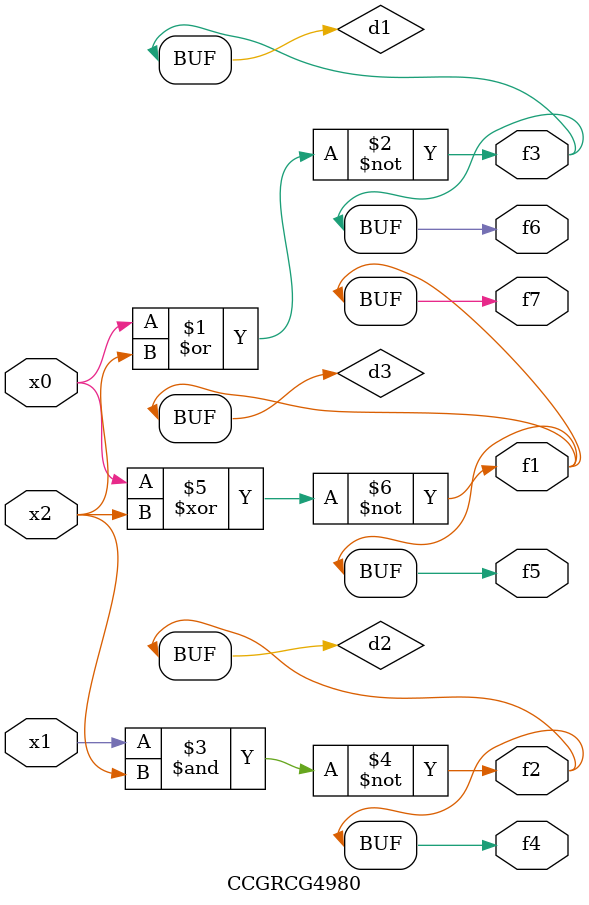
<source format=v>
module CCGRCG4980(
	input x0, x1, x2,
	output f1, f2, f3, f4, f5, f6, f7
);

	wire d1, d2, d3;

	nor (d1, x0, x2);
	nand (d2, x1, x2);
	xnor (d3, x0, x2);
	assign f1 = d3;
	assign f2 = d2;
	assign f3 = d1;
	assign f4 = d2;
	assign f5 = d3;
	assign f6 = d1;
	assign f7 = d3;
endmodule

</source>
